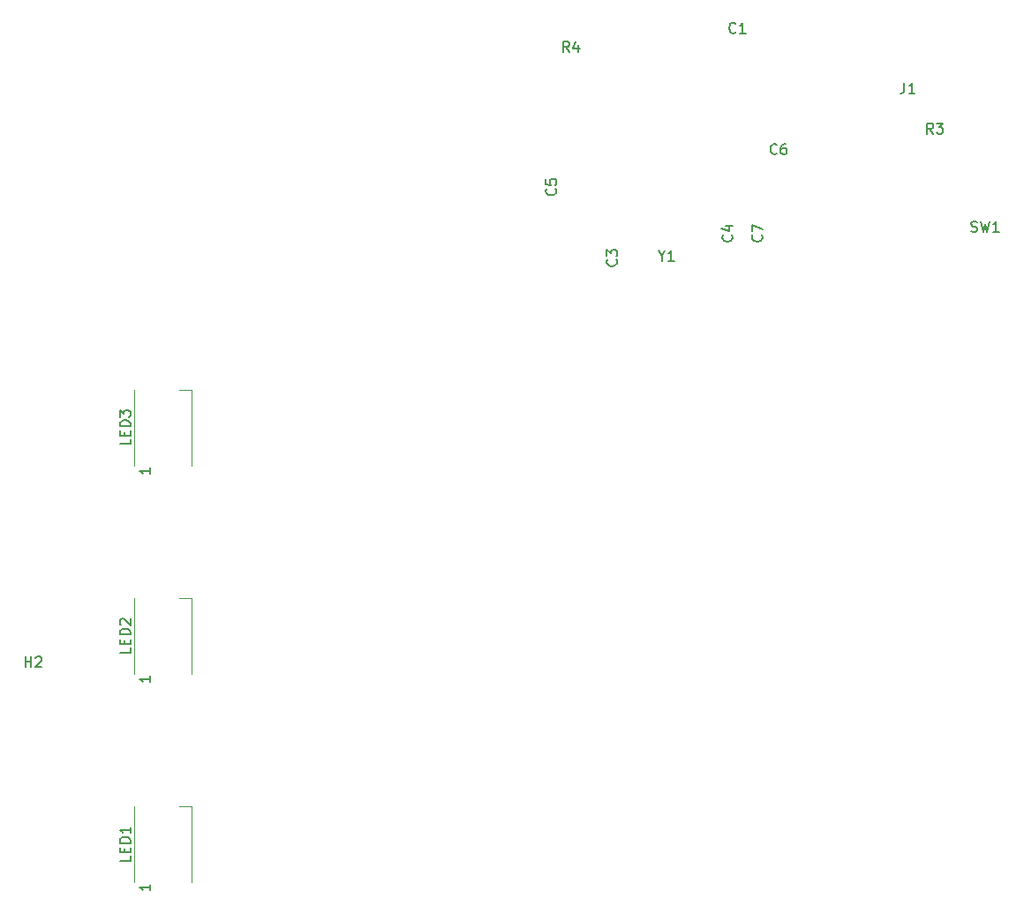
<source format=gbr>
%TF.GenerationSoftware,KiCad,Pcbnew,(6.99.0-4502-gf1556ed801-dirty)*%
%TF.CreationDate,2022-12-15T20:46:47-05:00*%
%TF.ProjectId,necpc8801l,6e656370-6338-4383-9031-6c2e6b696361,rev?*%
%TF.SameCoordinates,Original*%
%TF.FileFunction,Legend,Top*%
%TF.FilePolarity,Positive*%
%FSLAX46Y46*%
G04 Gerber Fmt 4.6, Leading zero omitted, Abs format (unit mm)*
G04 Created by KiCad (PCBNEW (6.99.0-4502-gf1556ed801-dirty)) date 2022-12-15 20:46:47*
%MOMM*%
%LPD*%
G01*
G04 APERTURE LIST*
%ADD10C,0.150000*%
%ADD11C,0.120000*%
%ADD12C,1.750000*%
%ADD13C,3.987800*%
%ADD14O,1.800000X1.070000*%
%ADD15R,1.000000X1.500000*%
%ADD16R,1.800000X1.070000*%
%ADD17C,5.400000*%
%TA.AperFunction,Profile*%
%ADD18C,0.150000*%
%TD*%
%TA.AperFunction,Profile*%
%ADD19C,0.050000*%
%TD*%
G04 APERTURE END LIST*
D10*
%TO.C,LED1*%
X317792380Y-81919047D02*
X317792380Y-82395237D01*
X317792380Y-82395237D02*
X316792380Y-82395237D01*
X317268571Y-81585713D02*
X317268571Y-81252380D01*
X317792380Y-81109523D02*
X317792380Y-81585713D01*
X317792380Y-81585713D02*
X316792380Y-81585713D01*
X316792380Y-81585713D02*
X316792380Y-81109523D01*
X317792380Y-80680951D02*
X316792380Y-80680951D01*
X316792380Y-80680951D02*
X316792380Y-80442856D01*
X316792380Y-80442856D02*
X316840000Y-80299999D01*
X316840000Y-80299999D02*
X316935238Y-80204761D01*
X316935238Y-80204761D02*
X317030476Y-80157142D01*
X317030476Y-80157142D02*
X317220952Y-80109523D01*
X317220952Y-80109523D02*
X317363809Y-80109523D01*
X317363809Y-80109523D02*
X317554285Y-80157142D01*
X317554285Y-80157142D02*
X317649523Y-80204761D01*
X317649523Y-80204761D02*
X317744761Y-80299999D01*
X317744761Y-80299999D02*
X317792380Y-80442856D01*
X317792380Y-80442856D02*
X317792380Y-80680951D01*
X317792380Y-79157142D02*
X317792380Y-79728570D01*
X317792380Y-79442856D02*
X316792380Y-79442856D01*
X316792380Y-79442856D02*
X316935238Y-79538094D01*
X316935238Y-79538094D02*
X317030476Y-79633332D01*
X317030476Y-79633332D02*
X317078095Y-79728570D01*
X319692380Y-84664285D02*
X319692380Y-85235713D01*
X319692380Y-84949999D02*
X318692380Y-84949999D01*
X318692380Y-84949999D02*
X318835238Y-85045237D01*
X318835238Y-85045237D02*
X318930476Y-85140475D01*
X318930476Y-85140475D02*
X318978095Y-85235713D01*
%TO.C,LED2*%
X317792380Y-61919047D02*
X317792380Y-62395237D01*
X317792380Y-62395237D02*
X316792380Y-62395237D01*
X317268571Y-61585713D02*
X317268571Y-61252380D01*
X317792380Y-61109523D02*
X317792380Y-61585713D01*
X317792380Y-61585713D02*
X316792380Y-61585713D01*
X316792380Y-61585713D02*
X316792380Y-61109523D01*
X317792380Y-60680951D02*
X316792380Y-60680951D01*
X316792380Y-60680951D02*
X316792380Y-60442856D01*
X316792380Y-60442856D02*
X316840000Y-60299999D01*
X316840000Y-60299999D02*
X316935238Y-60204761D01*
X316935238Y-60204761D02*
X317030476Y-60157142D01*
X317030476Y-60157142D02*
X317220952Y-60109523D01*
X317220952Y-60109523D02*
X317363809Y-60109523D01*
X317363809Y-60109523D02*
X317554285Y-60157142D01*
X317554285Y-60157142D02*
X317649523Y-60204761D01*
X317649523Y-60204761D02*
X317744761Y-60299999D01*
X317744761Y-60299999D02*
X317792380Y-60442856D01*
X317792380Y-60442856D02*
X317792380Y-60680951D01*
X316887619Y-59728570D02*
X316840000Y-59680951D01*
X316840000Y-59680951D02*
X316792380Y-59585713D01*
X316792380Y-59585713D02*
X316792380Y-59347618D01*
X316792380Y-59347618D02*
X316840000Y-59252380D01*
X316840000Y-59252380D02*
X316887619Y-59204761D01*
X316887619Y-59204761D02*
X316982857Y-59157142D01*
X316982857Y-59157142D02*
X317078095Y-59157142D01*
X317078095Y-59157142D02*
X317220952Y-59204761D01*
X317220952Y-59204761D02*
X317792380Y-59776189D01*
X317792380Y-59776189D02*
X317792380Y-59157142D01*
X319692380Y-64664285D02*
X319692380Y-65235713D01*
X319692380Y-64949999D02*
X318692380Y-64949999D01*
X318692380Y-64949999D02*
X318835238Y-65045237D01*
X318835238Y-65045237D02*
X318930476Y-65140475D01*
X318930476Y-65140475D02*
X318978095Y-65235713D01*
%TO.C,LED3*%
X317792380Y-41919047D02*
X317792380Y-42395237D01*
X317792380Y-42395237D02*
X316792380Y-42395237D01*
X317268571Y-41585713D02*
X317268571Y-41252380D01*
X317792380Y-41109523D02*
X317792380Y-41585713D01*
X317792380Y-41585713D02*
X316792380Y-41585713D01*
X316792380Y-41585713D02*
X316792380Y-41109523D01*
X317792380Y-40680951D02*
X316792380Y-40680951D01*
X316792380Y-40680951D02*
X316792380Y-40442856D01*
X316792380Y-40442856D02*
X316840000Y-40299999D01*
X316840000Y-40299999D02*
X316935238Y-40204761D01*
X316935238Y-40204761D02*
X317030476Y-40157142D01*
X317030476Y-40157142D02*
X317220952Y-40109523D01*
X317220952Y-40109523D02*
X317363809Y-40109523D01*
X317363809Y-40109523D02*
X317554285Y-40157142D01*
X317554285Y-40157142D02*
X317649523Y-40204761D01*
X317649523Y-40204761D02*
X317744761Y-40299999D01*
X317744761Y-40299999D02*
X317792380Y-40442856D01*
X317792380Y-40442856D02*
X317792380Y-40680951D01*
X316792380Y-39776189D02*
X316792380Y-39157142D01*
X316792380Y-39157142D02*
X317173333Y-39490475D01*
X317173333Y-39490475D02*
X317173333Y-39347618D01*
X317173333Y-39347618D02*
X317220952Y-39252380D01*
X317220952Y-39252380D02*
X317268571Y-39204761D01*
X317268571Y-39204761D02*
X317363809Y-39157142D01*
X317363809Y-39157142D02*
X317601904Y-39157142D01*
X317601904Y-39157142D02*
X317697142Y-39204761D01*
X317697142Y-39204761D02*
X317744761Y-39252380D01*
X317744761Y-39252380D02*
X317792380Y-39347618D01*
X317792380Y-39347618D02*
X317792380Y-39633332D01*
X317792380Y-39633332D02*
X317744761Y-39728570D01*
X317744761Y-39728570D02*
X317697142Y-39776189D01*
X319692380Y-44664285D02*
X319692380Y-45235713D01*
X319692380Y-44949999D02*
X318692380Y-44949999D01*
X318692380Y-44949999D02*
X318835238Y-45045237D01*
X318835238Y-45045237D02*
X318930476Y-45140475D01*
X318930476Y-45140475D02*
X318978095Y-45235713D01*
%TO.C,H2*%
X307713095Y-63792380D02*
X307713095Y-62792380D01*
X307713095Y-63268571D02*
X308284523Y-63268571D01*
X308284523Y-63792380D02*
X308284523Y-62792380D01*
X308713095Y-62887619D02*
X308760714Y-62840000D01*
X308760714Y-62840000D02*
X308855952Y-62792380D01*
X308855952Y-62792380D02*
X309094047Y-62792380D01*
X309094047Y-62792380D02*
X309189285Y-62840000D01*
X309189285Y-62840000D02*
X309236904Y-62887619D01*
X309236904Y-62887619D02*
X309284523Y-62982857D01*
X309284523Y-62982857D02*
X309284523Y-63078095D01*
X309284523Y-63078095D02*
X309236904Y-63220952D01*
X309236904Y-63220952D02*
X308665476Y-63792380D01*
X308665476Y-63792380D02*
X309284523Y-63792380D01*
%TO.C,SW1*%
X398441667Y-21969761D02*
X398584524Y-22017380D01*
X398584524Y-22017380D02*
X398822619Y-22017380D01*
X398822619Y-22017380D02*
X398917857Y-21969761D01*
X398917857Y-21969761D02*
X398965476Y-21922142D01*
X398965476Y-21922142D02*
X399013095Y-21826904D01*
X399013095Y-21826904D02*
X399013095Y-21731666D01*
X399013095Y-21731666D02*
X398965476Y-21636428D01*
X398965476Y-21636428D02*
X398917857Y-21588809D01*
X398917857Y-21588809D02*
X398822619Y-21541190D01*
X398822619Y-21541190D02*
X398632143Y-21493571D01*
X398632143Y-21493571D02*
X398536905Y-21445952D01*
X398536905Y-21445952D02*
X398489286Y-21398333D01*
X398489286Y-21398333D02*
X398441667Y-21303095D01*
X398441667Y-21303095D02*
X398441667Y-21207857D01*
X398441667Y-21207857D02*
X398489286Y-21112619D01*
X398489286Y-21112619D02*
X398536905Y-21065000D01*
X398536905Y-21065000D02*
X398632143Y-21017380D01*
X398632143Y-21017380D02*
X398870238Y-21017380D01*
X398870238Y-21017380D02*
X399013095Y-21065000D01*
X399346429Y-21017380D02*
X399584524Y-22017380D01*
X399584524Y-22017380D02*
X399775000Y-21303095D01*
X399775000Y-21303095D02*
X399965476Y-22017380D01*
X399965476Y-22017380D02*
X400203572Y-21017380D01*
X401108333Y-22017380D02*
X400536905Y-22017380D01*
X400822619Y-22017380D02*
X400822619Y-21017380D01*
X400822619Y-21017380D02*
X400727381Y-21160238D01*
X400727381Y-21160238D02*
X400632143Y-21255476D01*
X400632143Y-21255476D02*
X400536905Y-21303095D01*
%TO.C,C1*%
X375866708Y-2849892D02*
X375819089Y-2897511D01*
X375819089Y-2897511D02*
X375676232Y-2945130D01*
X375676232Y-2945130D02*
X375580994Y-2945130D01*
X375580994Y-2945130D02*
X375438137Y-2897511D01*
X375438137Y-2897511D02*
X375342899Y-2802273D01*
X375342899Y-2802273D02*
X375295280Y-2707035D01*
X375295280Y-2707035D02*
X375247661Y-2516559D01*
X375247661Y-2516559D02*
X375247661Y-2373702D01*
X375247661Y-2373702D02*
X375295280Y-2183226D01*
X375295280Y-2183226D02*
X375342899Y-2087988D01*
X375342899Y-2087988D02*
X375438137Y-1992750D01*
X375438137Y-1992750D02*
X375580994Y-1945130D01*
X375580994Y-1945130D02*
X375676232Y-1945130D01*
X375676232Y-1945130D02*
X375819089Y-1992750D01*
X375819089Y-1992750D02*
X375866708Y-2040369D01*
X376819089Y-2945130D02*
X376247661Y-2945130D01*
X376533375Y-2945130D02*
X376533375Y-1945130D01*
X376533375Y-1945130D02*
X376438137Y-2087988D01*
X376438137Y-2087988D02*
X376342899Y-2183226D01*
X376342899Y-2183226D02*
X376247661Y-2230845D01*
%TO.C,C5*%
X358557517Y-17886416D02*
X358605136Y-17934035D01*
X358605136Y-17934035D02*
X358652755Y-18076892D01*
X358652755Y-18076892D02*
X358652755Y-18172130D01*
X358652755Y-18172130D02*
X358605136Y-18314987D01*
X358605136Y-18314987D02*
X358509898Y-18410225D01*
X358509898Y-18410225D02*
X358414660Y-18457844D01*
X358414660Y-18457844D02*
X358224184Y-18505463D01*
X358224184Y-18505463D02*
X358081327Y-18505463D01*
X358081327Y-18505463D02*
X357890851Y-18457844D01*
X357890851Y-18457844D02*
X357795613Y-18410225D01*
X357795613Y-18410225D02*
X357700375Y-18314987D01*
X357700375Y-18314987D02*
X357652755Y-18172130D01*
X357652755Y-18172130D02*
X357652755Y-18076892D01*
X357652755Y-18076892D02*
X357700375Y-17934035D01*
X357700375Y-17934035D02*
X357747994Y-17886416D01*
X357652755Y-16981654D02*
X357652755Y-17457844D01*
X357652755Y-17457844D02*
X358128946Y-17505463D01*
X358128946Y-17505463D02*
X358081327Y-17457844D01*
X358081327Y-17457844D02*
X358033708Y-17362606D01*
X358033708Y-17362606D02*
X358033708Y-17124511D01*
X358033708Y-17124511D02*
X358081327Y-17029273D01*
X358081327Y-17029273D02*
X358128946Y-16981654D01*
X358128946Y-16981654D02*
X358224184Y-16934035D01*
X358224184Y-16934035D02*
X358462279Y-16934035D01*
X358462279Y-16934035D02*
X358557517Y-16981654D01*
X358557517Y-16981654D02*
X358605136Y-17029273D01*
X358605136Y-17029273D02*
X358652755Y-17124511D01*
X358652755Y-17124511D02*
X358652755Y-17362606D01*
X358652755Y-17362606D02*
X358605136Y-17457844D01*
X358605136Y-17457844D02*
X358557517Y-17505463D01*
%TO.C,C6*%
X379802563Y-14487372D02*
X379754944Y-14534991D01*
X379754944Y-14534991D02*
X379612087Y-14582610D01*
X379612087Y-14582610D02*
X379516849Y-14582610D01*
X379516849Y-14582610D02*
X379373992Y-14534991D01*
X379373992Y-14534991D02*
X379278754Y-14439753D01*
X379278754Y-14439753D02*
X379231135Y-14344515D01*
X379231135Y-14344515D02*
X379183516Y-14154039D01*
X379183516Y-14154039D02*
X379183516Y-14011182D01*
X379183516Y-14011182D02*
X379231135Y-13820706D01*
X379231135Y-13820706D02*
X379278754Y-13725468D01*
X379278754Y-13725468D02*
X379373992Y-13630230D01*
X379373992Y-13630230D02*
X379516849Y-13582610D01*
X379516849Y-13582610D02*
X379612087Y-13582610D01*
X379612087Y-13582610D02*
X379754944Y-13630230D01*
X379754944Y-13630230D02*
X379802563Y-13677849D01*
X380659706Y-13582610D02*
X380469230Y-13582610D01*
X380469230Y-13582610D02*
X380373992Y-13630230D01*
X380373992Y-13630230D02*
X380326373Y-13677849D01*
X380326373Y-13677849D02*
X380231135Y-13820706D01*
X380231135Y-13820706D02*
X380183516Y-14011182D01*
X380183516Y-14011182D02*
X380183516Y-14392134D01*
X380183516Y-14392134D02*
X380231135Y-14487372D01*
X380231135Y-14487372D02*
X380278754Y-14534991D01*
X380278754Y-14534991D02*
X380373992Y-14582610D01*
X380373992Y-14582610D02*
X380564468Y-14582610D01*
X380564468Y-14582610D02*
X380659706Y-14534991D01*
X380659706Y-14534991D02*
X380707325Y-14487372D01*
X380707325Y-14487372D02*
X380754944Y-14392134D01*
X380754944Y-14392134D02*
X380754944Y-14154039D01*
X380754944Y-14154039D02*
X380707325Y-14058801D01*
X380707325Y-14058801D02*
X380659706Y-14011182D01*
X380659706Y-14011182D02*
X380564468Y-13963563D01*
X380564468Y-13963563D02*
X380373992Y-13963563D01*
X380373992Y-13963563D02*
X380278754Y-14011182D01*
X380278754Y-14011182D02*
X380231135Y-14058801D01*
X380231135Y-14058801D02*
X380183516Y-14154039D01*
%TO.C,C7*%
X378326517Y-22322916D02*
X378374136Y-22370535D01*
X378374136Y-22370535D02*
X378421755Y-22513392D01*
X378421755Y-22513392D02*
X378421755Y-22608630D01*
X378421755Y-22608630D02*
X378374136Y-22751487D01*
X378374136Y-22751487D02*
X378278898Y-22846725D01*
X378278898Y-22846725D02*
X378183660Y-22894344D01*
X378183660Y-22894344D02*
X377993184Y-22941963D01*
X377993184Y-22941963D02*
X377850327Y-22941963D01*
X377850327Y-22941963D02*
X377659851Y-22894344D01*
X377659851Y-22894344D02*
X377564613Y-22846725D01*
X377564613Y-22846725D02*
X377469375Y-22751487D01*
X377469375Y-22751487D02*
X377421755Y-22608630D01*
X377421755Y-22608630D02*
X377421755Y-22513392D01*
X377421755Y-22513392D02*
X377469375Y-22370535D01*
X377469375Y-22370535D02*
X377516994Y-22322916D01*
X377421755Y-21989582D02*
X377421755Y-21322916D01*
X377421755Y-21322916D02*
X378421755Y-21751487D01*
%TO.C,J1*%
X392036646Y-7733360D02*
X392036646Y-8447646D01*
X392036646Y-8447646D02*
X391989027Y-8590503D01*
X391989027Y-8590503D02*
X391893789Y-8685741D01*
X391893789Y-8685741D02*
X391750932Y-8733360D01*
X391750932Y-8733360D02*
X391655694Y-8733360D01*
X393036646Y-8733360D02*
X392465218Y-8733360D01*
X392750932Y-8733360D02*
X392750932Y-7733360D01*
X392750932Y-7733360D02*
X392655694Y-7876218D01*
X392655694Y-7876218D02*
X392560456Y-7971456D01*
X392560456Y-7971456D02*
X392465218Y-8019075D01*
%TO.C,R3*%
X394802563Y-12602610D02*
X394469230Y-12126420D01*
X394231135Y-12602610D02*
X394231135Y-11602610D01*
X394231135Y-11602610D02*
X394612087Y-11602610D01*
X394612087Y-11602610D02*
X394707325Y-11650230D01*
X394707325Y-11650230D02*
X394754944Y-11697849D01*
X394754944Y-11697849D02*
X394802563Y-11793087D01*
X394802563Y-11793087D02*
X394802563Y-11935944D01*
X394802563Y-11935944D02*
X394754944Y-12031182D01*
X394754944Y-12031182D02*
X394707325Y-12078801D01*
X394707325Y-12078801D02*
X394612087Y-12126420D01*
X394612087Y-12126420D02*
X394231135Y-12126420D01*
X395135897Y-11602610D02*
X395754944Y-11602610D01*
X395754944Y-11602610D02*
X395421611Y-11983563D01*
X395421611Y-11983563D02*
X395564468Y-11983563D01*
X395564468Y-11983563D02*
X395659706Y-12031182D01*
X395659706Y-12031182D02*
X395707325Y-12078801D01*
X395707325Y-12078801D02*
X395754944Y-12174039D01*
X395754944Y-12174039D02*
X395754944Y-12412134D01*
X395754944Y-12412134D02*
X395707325Y-12507372D01*
X395707325Y-12507372D02*
X395659706Y-12554991D01*
X395659706Y-12554991D02*
X395564468Y-12602610D01*
X395564468Y-12602610D02*
X395278754Y-12602610D01*
X395278754Y-12602610D02*
X395183516Y-12554991D01*
X395183516Y-12554991D02*
X395135897Y-12507372D01*
%TO.C,R4*%
X359902208Y-4753130D02*
X359568875Y-4276940D01*
X359330780Y-4753130D02*
X359330780Y-3753130D01*
X359330780Y-3753130D02*
X359711732Y-3753130D01*
X359711732Y-3753130D02*
X359806970Y-3800750D01*
X359806970Y-3800750D02*
X359854589Y-3848369D01*
X359854589Y-3848369D02*
X359902208Y-3943607D01*
X359902208Y-3943607D02*
X359902208Y-4086464D01*
X359902208Y-4086464D02*
X359854589Y-4181702D01*
X359854589Y-4181702D02*
X359806970Y-4229321D01*
X359806970Y-4229321D02*
X359711732Y-4276940D01*
X359711732Y-4276940D02*
X359330780Y-4276940D01*
X360759351Y-4086464D02*
X360759351Y-4753130D01*
X360521256Y-3705511D02*
X360283161Y-4419797D01*
X360283161Y-4419797D02*
X360902208Y-4419797D01*
%TO.C,Y1*%
X368760684Y-24341190D02*
X368760684Y-24817380D01*
X368427351Y-23817380D02*
X368760684Y-24341190D01*
X368760684Y-24341190D02*
X369094017Y-23817380D01*
X369951160Y-24817380D02*
X369379732Y-24817380D01*
X369665446Y-24817380D02*
X369665446Y-23817380D01*
X369665446Y-23817380D02*
X369570208Y-23960238D01*
X369570208Y-23960238D02*
X369474970Y-24055476D01*
X369474970Y-24055476D02*
X369379732Y-24103095D01*
%TO.C,C3*%
X364399517Y-24678416D02*
X364447136Y-24726035D01*
X364447136Y-24726035D02*
X364494755Y-24868892D01*
X364494755Y-24868892D02*
X364494755Y-24964130D01*
X364494755Y-24964130D02*
X364447136Y-25106987D01*
X364447136Y-25106987D02*
X364351898Y-25202225D01*
X364351898Y-25202225D02*
X364256660Y-25249844D01*
X364256660Y-25249844D02*
X364066184Y-25297463D01*
X364066184Y-25297463D02*
X363923327Y-25297463D01*
X363923327Y-25297463D02*
X363732851Y-25249844D01*
X363732851Y-25249844D02*
X363637613Y-25202225D01*
X363637613Y-25202225D02*
X363542375Y-25106987D01*
X363542375Y-25106987D02*
X363494755Y-24964130D01*
X363494755Y-24964130D02*
X363494755Y-24868892D01*
X363494755Y-24868892D02*
X363542375Y-24726035D01*
X363542375Y-24726035D02*
X363589994Y-24678416D01*
X363494755Y-24345082D02*
X363494755Y-23726035D01*
X363494755Y-23726035D02*
X363875708Y-24059368D01*
X363875708Y-24059368D02*
X363875708Y-23916511D01*
X363875708Y-23916511D02*
X363923327Y-23821273D01*
X363923327Y-23821273D02*
X363970946Y-23773654D01*
X363970946Y-23773654D02*
X364066184Y-23726035D01*
X364066184Y-23726035D02*
X364304279Y-23726035D01*
X364304279Y-23726035D02*
X364399517Y-23773654D01*
X364399517Y-23773654D02*
X364447136Y-23821273D01*
X364447136Y-23821273D02*
X364494755Y-23916511D01*
X364494755Y-23916511D02*
X364494755Y-24202225D01*
X364494755Y-24202225D02*
X364447136Y-24297463D01*
X364447136Y-24297463D02*
X364399517Y-24345082D01*
%TO.C,C4*%
X375464017Y-22322916D02*
X375511636Y-22370535D01*
X375511636Y-22370535D02*
X375559255Y-22513392D01*
X375559255Y-22513392D02*
X375559255Y-22608630D01*
X375559255Y-22608630D02*
X375511636Y-22751487D01*
X375511636Y-22751487D02*
X375416398Y-22846725D01*
X375416398Y-22846725D02*
X375321160Y-22894344D01*
X375321160Y-22894344D02*
X375130684Y-22941963D01*
X375130684Y-22941963D02*
X374987827Y-22941963D01*
X374987827Y-22941963D02*
X374797351Y-22894344D01*
X374797351Y-22894344D02*
X374702113Y-22846725D01*
X374702113Y-22846725D02*
X374606875Y-22751487D01*
X374606875Y-22751487D02*
X374559255Y-22608630D01*
X374559255Y-22608630D02*
X374559255Y-22513392D01*
X374559255Y-22513392D02*
X374606875Y-22370535D01*
X374606875Y-22370535D02*
X374654494Y-22322916D01*
X374892589Y-21465773D02*
X375559255Y-21465773D01*
X374511636Y-21703868D02*
X375225922Y-21941963D01*
X375225922Y-21941963D02*
X375225922Y-21322916D01*
D11*
%TO.C,LED1*%
X323675000Y-84450000D02*
X323675000Y-77150000D01*
X323675000Y-77150000D02*
X322525000Y-77150000D01*
X318175000Y-84450000D02*
X318175000Y-77150000D01*
%TO.C,LED2*%
X323675000Y-64450000D02*
X323675000Y-57150000D01*
X323675000Y-57150000D02*
X322525000Y-57150000D01*
X318175000Y-64450000D02*
X318175000Y-57150000D01*
%TO.C,LED3*%
X323675000Y-44450000D02*
X323675000Y-37150000D01*
X323675000Y-37150000D02*
X322525000Y-37150000D01*
X318175000Y-44450000D02*
X318175000Y-37150000D01*
%TD*%
%LPC*%
D12*
%TO.C,SW_SP1_1*%
X148640000Y-116650000D03*
D13*
X153720000Y-116650000D03*
D12*
X158800000Y-116650000D03*
%TD*%
D14*
%TO.C,LED1*%
X320924999Y-80164999D03*
D15*
X319324999Y-83249999D03*
D14*
X320924999Y-82704999D03*
D15*
X322524999Y-83249999D03*
D16*
X320924999Y-81434999D03*
D15*
X322524999Y-78349999D03*
D14*
X320924999Y-78894999D03*
D15*
X319324999Y-78349999D03*
%TD*%
D14*
%TO.C,LED2*%
X320924999Y-60164999D03*
D15*
X319324999Y-63249999D03*
D14*
X320924999Y-62704999D03*
D15*
X322524999Y-63249999D03*
D16*
X320924999Y-61434999D03*
D15*
X322524999Y-58349999D03*
D14*
X320924999Y-58894999D03*
D15*
X319324999Y-58349999D03*
%TD*%
D14*
%TO.C,LED3*%
X320924999Y-40164999D03*
D15*
X319324999Y-43249999D03*
D14*
X320924999Y-42704999D03*
D15*
X322524999Y-43249999D03*
D16*
X320924999Y-41434999D03*
D15*
X322524999Y-38349999D03*
D14*
X320924999Y-38894999D03*
D15*
X319324999Y-38349999D03*
%TD*%
D17*
%TO.C,H2*%
X308475000Y-67125000D03*
%TD*%
D12*
%TO.C,SW_STP_1*%
X6140000Y-12050000D03*
D13*
X11220000Y-12050000D03*
D12*
X16300000Y-12050000D03*
%TD*%
%TO.C,SW_KPMULT_1*%
X390120000Y-59550000D03*
D13*
X395200000Y-59550000D03*
D12*
X400280000Y-59550000D03*
%TD*%
%TO.C,SW_RLD_1*%
X281740000Y-12050000D03*
D13*
X286820000Y-12050000D03*
D12*
X291900000Y-12050000D03*
%TD*%
%TO.C,SW_LS2_1*%
X34640000Y-97550000D03*
D13*
X39720000Y-97550000D03*
D12*
X44800000Y-97550000D03*
%TD*%
%TO.C,SW_F3_1*%
X143940000Y-12050000D03*
D13*
X149020000Y-12050000D03*
D12*
X154100000Y-12050000D03*
%TD*%
%TO.C,SW_KP2_1*%
X352120000Y-97550000D03*
D13*
X357200000Y-97550000D03*
D12*
X362280000Y-97550000D03*
%TD*%
%TO.C,SW_WE_1*%
X253140000Y-78550000D03*
D13*
X258220000Y-78550000D03*
D12*
X263300000Y-78550000D03*
%TD*%
%TO.C,SW_F5_1*%
X219940000Y-12050000D03*
D13*
X225020000Y-12050000D03*
D12*
X230100000Y-12050000D03*
%TD*%
%TO.C,SW_LT_1*%
X186640000Y-97550000D03*
D13*
X191720000Y-97550000D03*
D12*
X196800000Y-97550000D03*
%TD*%
%TO.C,SW_KP4_1*%
X333120000Y-78550000D03*
D13*
X338200000Y-78550000D03*
D12*
X343280000Y-78550000D03*
%TD*%
%TO.C,SW_CAR_1*%
X239120000Y-40550000D03*
D13*
X244200000Y-40550000D03*
D12*
X249280000Y-40550000D03*
%TD*%
%TO.C,SW_SUP_1*%
X53640000Y-116650000D03*
D13*
X58720000Y-116650000D03*
D12*
X63800000Y-116650000D03*
%TD*%
%TO.C,SW_RLU_1*%
X262740000Y-12050000D03*
D13*
X267820000Y-12050000D03*
D12*
X272900000Y-12050000D03*
%TD*%
%TO.C,SW_DEL_1*%
X279495000Y-40550000D03*
D13*
X284575000Y-40550000D03*
D12*
X289655000Y-40550000D03*
%TD*%
%TO.C,SW_J_1*%
X158140000Y-78550000D03*
D13*
X163220000Y-78550000D03*
D12*
X168300000Y-78550000D03*
%TD*%
%TO.C,SW_KPEQ_1*%
X390120000Y-97550000D03*
D13*
X395200000Y-97550000D03*
D12*
X400280000Y-97550000D03*
%TD*%
%TO.C,SW_KP3_1*%
X371120000Y-97550000D03*
D13*
X376200000Y-97550000D03*
D12*
X381280000Y-97550000D03*
%TD*%
%TO.C,SW_K_1*%
X177140000Y-78550000D03*
D13*
X182220000Y-78550000D03*
D12*
X187300000Y-78550000D03*
%TD*%
%TO.C,SW_SP2_1*%
X167640000Y-116650000D03*
D13*
X172720000Y-116650000D03*
D12*
X177800000Y-116650000D03*
%TD*%
%TO.C,SW_F1_1*%
X67940000Y-12050000D03*
D13*
X73020000Y-12050000D03*
D12*
X78100000Y-12050000D03*
%TD*%
%TO.C,SW_CPY_1*%
X25140000Y-12050000D03*
D13*
X30220000Y-12050000D03*
D12*
X35300000Y-12050000D03*
%TD*%
%TO.C,SW_D_1*%
X82140000Y-78550000D03*
D13*
X87220000Y-78550000D03*
D12*
X92300000Y-78550000D03*
%TD*%
%TO.C,SW_RSH_ALIAS_1*%
X291760000Y-97475000D03*
D13*
X286680000Y-97475000D03*
D12*
X281600000Y-97475000D03*
%TD*%
%TO.C,SW_A_1*%
X44140000Y-78550000D03*
D13*
X49220000Y-78550000D03*
D12*
X54300000Y-78550000D03*
%TD*%
%TO.C,SW_KPPER_1*%
X371120000Y-116550000D03*
D13*
X376200000Y-116550000D03*
D12*
X381280000Y-116550000D03*
%TD*%
%TO.C,SW_6_1*%
X125120000Y-40550000D03*
D13*
X130200000Y-40550000D03*
D12*
X135280000Y-40550000D03*
%TD*%
%TO.C,SW_KP6_1*%
X371120000Y-78550000D03*
D13*
X376200000Y-78550000D03*
D12*
X381280000Y-78550000D03*
%TD*%
%TO.C,SW_9_1*%
X182120000Y-40550000D03*
D13*
X187200000Y-40550000D03*
D12*
X192280000Y-40550000D03*
%TD*%
%TO.C,SW_CTRL_1*%
X6140000Y-78550000D03*
D13*
X11220000Y-78550000D03*
D12*
X16300000Y-78550000D03*
%TD*%
%TO.C,SW_KP7_1*%
X333120000Y-59550000D03*
D13*
X338200000Y-59550000D03*
D12*
X343280000Y-59550000D03*
%TD*%
%TO.C,SW_F4_1*%
X181940000Y-12050000D03*
D13*
X187020000Y-12050000D03*
D12*
X192100000Y-12050000D03*
%TD*%
%TO.C,SW_S_1*%
X63140000Y-78550000D03*
D13*
X68220000Y-78550000D03*
D12*
X73300000Y-78550000D03*
%TD*%
%TO.C,SW_KPHELP1*%
X352120000Y-40550000D03*
D13*
X357200000Y-40550000D03*
D12*
X362280000Y-40550000D03*
%TD*%
%TO.C,SW_2_1*%
X49120000Y-40550000D03*
D13*
X54200000Y-40550000D03*
D12*
X59280000Y-40550000D03*
%TD*%
%TO.C,SW_W_1*%
X58290000Y-59525000D03*
D13*
X63370000Y-59525000D03*
D12*
X68450000Y-59525000D03*
%TD*%
%TO.C,SW_X_1*%
X72640000Y-97550000D03*
D13*
X77720000Y-97550000D03*
D12*
X82800000Y-97550000D03*
%TD*%
%TO.C,SW_G_1*%
X120140000Y-78550000D03*
D13*
X125220000Y-78550000D03*
D12*
X130300000Y-78550000D03*
%TD*%
%TO.C,SW_E_1*%
X77290000Y-59525000D03*
D13*
X82370000Y-59525000D03*
D12*
X87450000Y-59525000D03*
%TD*%
%TO.C,SW_5_1*%
X106120000Y-40550000D03*
D13*
X111200000Y-40550000D03*
D12*
X116280000Y-40550000D03*
%TD*%
%TO.C,SW_I_1*%
X172290000Y-59525000D03*
D13*
X177370000Y-59525000D03*
D12*
X182450000Y-59525000D03*
%TD*%
%TO.C,SW_1_1*%
X30120000Y-40550000D03*
D13*
X35200000Y-40550000D03*
D12*
X40280000Y-40550000D03*
%TD*%
%TO.C,SW_AMG_1*%
X243640000Y-97550000D03*
D13*
X248720000Y-97550000D03*
D12*
X253800000Y-97550000D03*
%TD*%
%TO.C,SW_V_1*%
X110640000Y-97550000D03*
D13*
X115720000Y-97550000D03*
D12*
X120800000Y-97550000D03*
%TD*%
%TO.C,SW_L_1*%
X196140000Y-78550000D03*
D13*
X201220000Y-78550000D03*
D12*
X206300000Y-78550000D03*
%TD*%
%TO.C,SW_YEN_1*%
X258120000Y-40550000D03*
D13*
X263200000Y-40550000D03*
D12*
X268280000Y-40550000D03*
%TD*%
%TO.C,SW_M_1*%
X167640000Y-97550000D03*
D13*
X172720000Y-97550000D03*
D12*
X177800000Y-97550000D03*
%TD*%
%TO.C,SW_F2_1*%
X105940000Y-12050000D03*
D13*
X111020000Y-12050000D03*
D12*
X116100000Y-12050000D03*
%TD*%
%TO.C,SW_KP9_1*%
X371120000Y-59550000D03*
D13*
X376200000Y-59550000D03*
D12*
X381280000Y-59550000D03*
%TD*%
%TO.C,SW_KPHOME_1*%
X333120000Y-40550000D03*
D13*
X338200000Y-40550000D03*
D12*
X343280000Y-40550000D03*
%TD*%
%TO.C,SW_CAPS_1*%
X25140000Y-78550000D03*
D13*
X30220000Y-78550000D03*
D12*
X35300000Y-78550000D03*
%TD*%
%TO.C,SW_KPDIV_1*%
X390120000Y-40550000D03*
D13*
X395200000Y-40550000D03*
D12*
X400280000Y-40550000D03*
%TD*%
%TO.C,SW_C_1*%
X91640000Y-97550000D03*
D13*
X96720000Y-97550000D03*
D12*
X101800000Y-97550000D03*
%TD*%
%TO.C,SW_Q_1*%
X39290000Y-59525000D03*
D13*
X44370000Y-59525000D03*
D12*
X49450000Y-59525000D03*
%TD*%
%TO.C,SW_MN_1*%
X220120000Y-40550000D03*
D13*
X225200000Y-40550000D03*
D12*
X230280000Y-40550000D03*
%TD*%
%TO.C,SW_DOWN_1*%
X300640000Y-116550000D03*
D13*
X305720000Y-116550000D03*
D12*
X310800000Y-116550000D03*
%TD*%
%TO.C,SW_3_1*%
X68120000Y-40550000D03*
D13*
X73200000Y-40550000D03*
D12*
X78280000Y-40550000D03*
%TD*%
%TO.C,SW_AT_1*%
X229290000Y-59525000D03*
D13*
X234370000Y-59525000D03*
D12*
X239450000Y-59525000D03*
%TD*%
%TO.C,SW_GT_1*%
X205640000Y-97550000D03*
D13*
X210720000Y-97550000D03*
D12*
X215800000Y-97550000D03*
%TD*%
%TO.C,SW_Z_1*%
X53640000Y-97550000D03*
D13*
X58720000Y-97550000D03*
D12*
X63800000Y-97550000D03*
%TD*%
%TO.C,SW_O_1*%
X191290000Y-59525000D03*
D13*
X196370000Y-59525000D03*
D12*
X201450000Y-59525000D03*
%TD*%
%TO.C,SW_H_1*%
X139140000Y-78550000D03*
D13*
X144220000Y-78550000D03*
D12*
X149300000Y-78550000D03*
%TD*%
%TO.C,SW_FC_1*%
X248290000Y-59525000D03*
D13*
X253370000Y-59525000D03*
D12*
X258450000Y-59525000D03*
%TD*%
%TO.C,SW_KPENT_1*%
X390120000Y-116550000D03*
D13*
X395200000Y-116550000D03*
D12*
X400280000Y-116550000D03*
%TD*%
%TO.C,SW_B_1*%
X129640000Y-97550000D03*
D13*
X134720000Y-97550000D03*
D12*
X139800000Y-97550000D03*
%TD*%
%TO.C,SW_R_1*%
X96290000Y-59525000D03*
D13*
X101370000Y-59525000D03*
D12*
X106450000Y-59525000D03*
%TD*%
%TO.C,SW_0_1*%
X201120000Y-40550000D03*
D13*
X206200000Y-40550000D03*
D12*
X211280000Y-40550000D03*
%TD*%
%TO.C,SW_8_1*%
X163120000Y-40550000D03*
D13*
X168200000Y-40550000D03*
D12*
X173280000Y-40550000D03*
%TD*%
%TO.C,SW_RIGHT_1*%
X281640000Y-116550000D03*
D13*
X286720000Y-116550000D03*
D12*
X291800000Y-116550000D03*
%TD*%
%TO.C,SW_KP0_1*%
X333120000Y-116550000D03*
D13*
X338200000Y-116550000D03*
D12*
X343280000Y-116550000D03*
%TD*%
%TO.C,SW_Y_1*%
X134290000Y-59525000D03*
D13*
X139370000Y-59525000D03*
D12*
X144450000Y-59525000D03*
%TD*%
%TO.C,SW_RSH_1*%
X272140000Y-97550000D03*
D13*
X277220000Y-97550000D03*
D12*
X282300000Y-97550000D03*
%TD*%
%TO.C,SW_COL_1*%
X234140000Y-78550000D03*
D13*
X239220000Y-78550000D03*
D12*
X244300000Y-78550000D03*
%TD*%
%TO.C,SW_ED_1*%
X276890000Y-78550000D03*
D13*
X281970000Y-78550000D03*
D12*
X287050000Y-78550000D03*
%TD*%
%TO.C,SW_LS1_1*%
X6140000Y-97550000D03*
D13*
X11220000Y-97550000D03*
D12*
X16300000Y-97550000D03*
%TD*%
%TO.C,SW_4_1*%
X87120000Y-40550000D03*
D13*
X92200000Y-40550000D03*
D12*
X97280000Y-40550000D03*
%TD*%
%TO.C,SW_LEFT_1*%
X262640000Y-116550000D03*
D13*
X267720000Y-116550000D03*
D12*
X272800000Y-116550000D03*
%TD*%
%TO.C,SW_KPMIN_1*%
X371120000Y-40550000D03*
D13*
X376200000Y-40550000D03*
D12*
X381280000Y-40550000D03*
%TD*%
%TO.C,SW_U_1*%
X153290000Y-59525000D03*
D13*
X158370000Y-59525000D03*
D12*
X163450000Y-59525000D03*
%TD*%
%TO.C,SW_ET_1*%
X274415000Y-59525000D03*
D13*
X279495000Y-59525000D03*
D12*
X284575000Y-59525000D03*
%TD*%
%TO.C,SW_KPCOM_1*%
X352120000Y-116550000D03*
D13*
X357200000Y-116550000D03*
D12*
X362280000Y-116550000D03*
%TD*%
%TO.C,SW_KP5_1*%
X352120000Y-78550000D03*
D13*
X357200000Y-78550000D03*
D12*
X362280000Y-78550000D03*
%TD*%
%TO.C,SW_KP8_1*%
X352120000Y-59550000D03*
D13*
X357200000Y-59550000D03*
D12*
X362280000Y-59550000D03*
%TD*%
%TO.C,SW_T_1*%
X115290000Y-59525000D03*
D13*
X120370000Y-59525000D03*
D12*
X125450000Y-59525000D03*
%TD*%
%TO.C,SW_P_1*%
X210290000Y-59525000D03*
D13*
X215370000Y-59525000D03*
D12*
X220450000Y-59525000D03*
%TD*%
%TO.C,SW_KP1_1*%
X333120000Y-97550000D03*
D13*
X338200000Y-97550000D03*
D12*
X343280000Y-97550000D03*
%TD*%
%TO.C,SW_TAB_1*%
X13165000Y-59525000D03*
D13*
X18245000Y-59525000D03*
D12*
X23325000Y-59525000D03*
%TD*%
%TO.C,SW_UP_1*%
X300640000Y-97550000D03*
D13*
X305720000Y-97550000D03*
D12*
X310800000Y-97550000D03*
%TD*%
%TO.C,SW_ESC_1*%
X8420000Y-40550000D03*
D13*
X13500000Y-40550000D03*
D12*
X18580000Y-40550000D03*
%TD*%
%TO.C,SW_KPPLUS_1*%
X390120000Y-78550000D03*
D13*
X395200000Y-78550000D03*
D12*
X400280000Y-78550000D03*
%TD*%
%TO.C,SW_N_1*%
X148640000Y-97550000D03*
D13*
X153720000Y-97550000D03*
D12*
X158800000Y-97550000D03*
%TD*%
%TO.C,SW_7_1*%
X144120000Y-40550000D03*
D13*
X149200000Y-40550000D03*
D12*
X154280000Y-40550000D03*
%TD*%
%TO.C,SW_F_1*%
X101140000Y-78550000D03*
D13*
X106220000Y-78550000D03*
D12*
X111300000Y-78550000D03*
%TD*%
%TO.C,SW_SLS_1*%
X224640000Y-97550000D03*
D13*
X229720000Y-97550000D03*
D12*
X234800000Y-97550000D03*
%TD*%
%TO.C,SW_SMI_1*%
X215140000Y-78550000D03*
D13*
X220220000Y-78550000D03*
D12*
X225300000Y-78550000D03*
%TD*%
%TO.C,SW_ALT_1*%
X72640000Y-116650000D03*
D13*
X77720000Y-116650000D03*
D12*
X82800000Y-116650000D03*
%TD*%
D18*
X401934500Y-136030000D02*
G75*
G03*
X404982500Y-132982000I0J3048000D01*
G01*
X3034500Y-32000D02*
G75*
G03*
X-13500Y-3080000I2J-3048002D01*
G01*
X-13500Y-132982000D02*
G75*
G03*
X3034500Y-136030000I3048000J0D01*
G01*
D19*
X3034500Y-136030000D02*
X401934500Y-136030000D01*
X404982500Y-132982000D02*
X404982500Y-3080000D01*
X-13500Y-3080000D02*
X-13500Y-132982000D01*
X255507999Y-31999D02*
X3034500Y-32000D01*
X255507999Y-31999D02*
X401934500Y-32000D01*
X376225192Y-129605000D02*
G75*
G03*
X376225192Y-129605000I-1625192J0D01*
G01*
X395225192Y-21600000D02*
G75*
G03*
X395225192Y-21600000I-1625192J0D01*
G01*
X149225192Y-26605000D02*
G75*
G03*
X149225192Y-26605000I-1625192J0D01*
G01*
X30725192Y-26605000D02*
G75*
G03*
X30725192Y-26605000I-1625192J0D01*
G01*
X322225192Y-96605000D02*
G75*
G03*
X322225192Y-96605000I-1625192J0D01*
G01*
X287225192Y-26605000D02*
G75*
G03*
X287225192Y-26605000I-1625192J0D01*
G01*
D18*
X404982500Y-3080000D02*
G75*
G03*
X401934500Y-32000I-3048000J0D01*
G01*
D19*
X35225192Y-116605000D02*
G75*
G03*
X35225192Y-116605000I-1625192J0D01*
G01*
M02*

</source>
